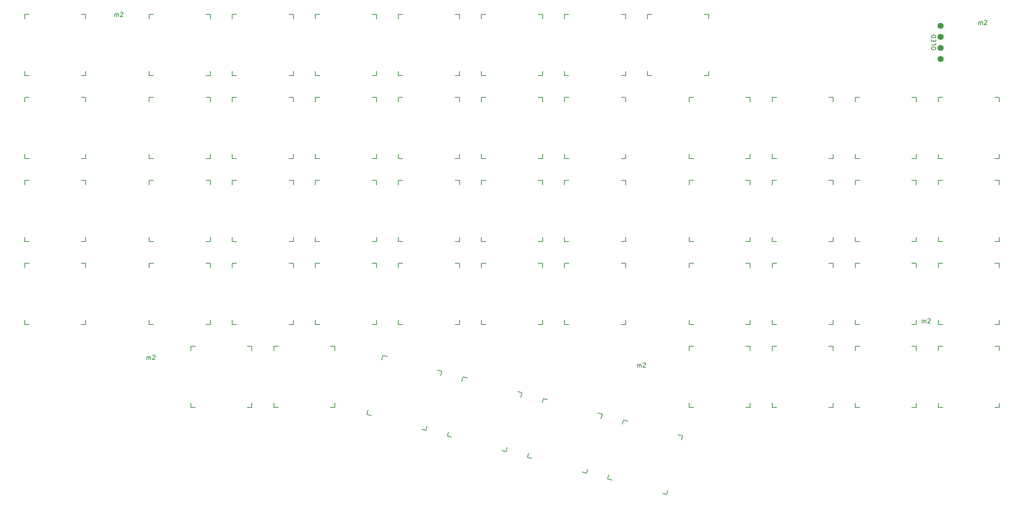
<source format=gbr>
%TF.GenerationSoftware,KiCad,Pcbnew,7.0.1*%
%TF.CreationDate,2023-09-01T15:37:28-04:00*%
%TF.ProjectId,macropad,6d616372-6f70-4616-942e-6b696361645f,rev?*%
%TF.SameCoordinates,Original*%
%TF.FileFunction,Legend,Top*%
%TF.FilePolarity,Positive*%
%FSLAX46Y46*%
G04 Gerber Fmt 4.6, Leading zero omitted, Abs format (unit mm)*
G04 Created by KiCad (PCBNEW 7.0.1) date 2023-09-01 15:37:28*
%MOMM*%
%LPD*%
G01*
G04 APERTURE LIST*
%ADD10C,0.150000*%
%ADD11C,1.397000*%
G04 APERTURE END LIST*
D10*
%TO.C,m2*%
X60309238Y-106736619D02*
X60309238Y-106069952D01*
X60309238Y-106165190D02*
X60356857Y-106117571D01*
X60356857Y-106117571D02*
X60452095Y-106069952D01*
X60452095Y-106069952D02*
X60594952Y-106069952D01*
X60594952Y-106069952D02*
X60690190Y-106117571D01*
X60690190Y-106117571D02*
X60737809Y-106212809D01*
X60737809Y-106212809D02*
X60737809Y-106736619D01*
X60737809Y-106212809D02*
X60785428Y-106117571D01*
X60785428Y-106117571D02*
X60880666Y-106069952D01*
X60880666Y-106069952D02*
X61023523Y-106069952D01*
X61023523Y-106069952D02*
X61118762Y-106117571D01*
X61118762Y-106117571D02*
X61166381Y-106212809D01*
X61166381Y-106212809D02*
X61166381Y-106736619D01*
X61594952Y-105831857D02*
X61642571Y-105784238D01*
X61642571Y-105784238D02*
X61737809Y-105736619D01*
X61737809Y-105736619D02*
X61975904Y-105736619D01*
X61975904Y-105736619D02*
X62071142Y-105784238D01*
X62071142Y-105784238D02*
X62118761Y-105831857D01*
X62118761Y-105831857D02*
X62166380Y-105927095D01*
X62166380Y-105927095D02*
X62166380Y-106022333D01*
X62166380Y-106022333D02*
X62118761Y-106165190D01*
X62118761Y-106165190D02*
X61547333Y-106736619D01*
X61547333Y-106736619D02*
X62166380Y-106736619D01*
X52943238Y-27996619D02*
X52943238Y-27329952D01*
X52943238Y-27425190D02*
X52990857Y-27377571D01*
X52990857Y-27377571D02*
X53086095Y-27329952D01*
X53086095Y-27329952D02*
X53228952Y-27329952D01*
X53228952Y-27329952D02*
X53324190Y-27377571D01*
X53324190Y-27377571D02*
X53371809Y-27472809D01*
X53371809Y-27472809D02*
X53371809Y-27996619D01*
X53371809Y-27472809D02*
X53419428Y-27377571D01*
X53419428Y-27377571D02*
X53514666Y-27329952D01*
X53514666Y-27329952D02*
X53657523Y-27329952D01*
X53657523Y-27329952D02*
X53752762Y-27377571D01*
X53752762Y-27377571D02*
X53800381Y-27472809D01*
X53800381Y-27472809D02*
X53800381Y-27996619D01*
X54228952Y-27091857D02*
X54276571Y-27044238D01*
X54276571Y-27044238D02*
X54371809Y-26996619D01*
X54371809Y-26996619D02*
X54609904Y-26996619D01*
X54609904Y-26996619D02*
X54705142Y-27044238D01*
X54705142Y-27044238D02*
X54752761Y-27091857D01*
X54752761Y-27091857D02*
X54800380Y-27187095D01*
X54800380Y-27187095D02*
X54800380Y-27282333D01*
X54800380Y-27282333D02*
X54752761Y-27425190D01*
X54752761Y-27425190D02*
X54181333Y-27996619D01*
X54181333Y-27996619D02*
X54800380Y-27996619D01*
X172831238Y-108514619D02*
X172831238Y-107847952D01*
X172831238Y-107943190D02*
X172878857Y-107895571D01*
X172878857Y-107895571D02*
X172974095Y-107847952D01*
X172974095Y-107847952D02*
X173116952Y-107847952D01*
X173116952Y-107847952D02*
X173212190Y-107895571D01*
X173212190Y-107895571D02*
X173259809Y-107990809D01*
X173259809Y-107990809D02*
X173259809Y-108514619D01*
X173259809Y-107990809D02*
X173307428Y-107895571D01*
X173307428Y-107895571D02*
X173402666Y-107847952D01*
X173402666Y-107847952D02*
X173545523Y-107847952D01*
X173545523Y-107847952D02*
X173640762Y-107895571D01*
X173640762Y-107895571D02*
X173688381Y-107990809D01*
X173688381Y-107990809D02*
X173688381Y-108514619D01*
X174116952Y-107609857D02*
X174164571Y-107562238D01*
X174164571Y-107562238D02*
X174259809Y-107514619D01*
X174259809Y-107514619D02*
X174497904Y-107514619D01*
X174497904Y-107514619D02*
X174593142Y-107562238D01*
X174593142Y-107562238D02*
X174640761Y-107609857D01*
X174640761Y-107609857D02*
X174688380Y-107705095D01*
X174688380Y-107705095D02*
X174688380Y-107800333D01*
X174688380Y-107800333D02*
X174640761Y-107943190D01*
X174640761Y-107943190D02*
X174069333Y-108514619D01*
X174069333Y-108514619D02*
X174688380Y-108514619D01*
X238109238Y-98354619D02*
X238109238Y-97687952D01*
X238109238Y-97783190D02*
X238156857Y-97735571D01*
X238156857Y-97735571D02*
X238252095Y-97687952D01*
X238252095Y-97687952D02*
X238394952Y-97687952D01*
X238394952Y-97687952D02*
X238490190Y-97735571D01*
X238490190Y-97735571D02*
X238537809Y-97830809D01*
X238537809Y-97830809D02*
X238537809Y-98354619D01*
X238537809Y-97830809D02*
X238585428Y-97735571D01*
X238585428Y-97735571D02*
X238680666Y-97687952D01*
X238680666Y-97687952D02*
X238823523Y-97687952D01*
X238823523Y-97687952D02*
X238918762Y-97735571D01*
X238918762Y-97735571D02*
X238966381Y-97830809D01*
X238966381Y-97830809D02*
X238966381Y-98354619D01*
X239394952Y-97449857D02*
X239442571Y-97402238D01*
X239442571Y-97402238D02*
X239537809Y-97354619D01*
X239537809Y-97354619D02*
X239775904Y-97354619D01*
X239775904Y-97354619D02*
X239871142Y-97402238D01*
X239871142Y-97402238D02*
X239918761Y-97449857D01*
X239918761Y-97449857D02*
X239966380Y-97545095D01*
X239966380Y-97545095D02*
X239966380Y-97640333D01*
X239966380Y-97640333D02*
X239918761Y-97783190D01*
X239918761Y-97783190D02*
X239347333Y-98354619D01*
X239347333Y-98354619D02*
X239966380Y-98354619D01*
X251107238Y-29818619D02*
X251107238Y-29151952D01*
X251107238Y-29247190D02*
X251154857Y-29199571D01*
X251154857Y-29199571D02*
X251250095Y-29151952D01*
X251250095Y-29151952D02*
X251392952Y-29151952D01*
X251392952Y-29151952D02*
X251488190Y-29199571D01*
X251488190Y-29199571D02*
X251535809Y-29294809D01*
X251535809Y-29294809D02*
X251535809Y-29818619D01*
X251535809Y-29294809D02*
X251583428Y-29199571D01*
X251583428Y-29199571D02*
X251678666Y-29151952D01*
X251678666Y-29151952D02*
X251821523Y-29151952D01*
X251821523Y-29151952D02*
X251916762Y-29199571D01*
X251916762Y-29199571D02*
X251964381Y-29294809D01*
X251964381Y-29294809D02*
X251964381Y-29818619D01*
X252392952Y-28913857D02*
X252440571Y-28866238D01*
X252440571Y-28866238D02*
X252535809Y-28818619D01*
X252535809Y-28818619D02*
X252773904Y-28818619D01*
X252773904Y-28818619D02*
X252869142Y-28866238D01*
X252869142Y-28866238D02*
X252916761Y-28913857D01*
X252916761Y-28913857D02*
X252964380Y-29009095D01*
X252964380Y-29009095D02*
X252964380Y-29104333D01*
X252964380Y-29104333D02*
X252916761Y-29247190D01*
X252916761Y-29247190D02*
X252345333Y-29818619D01*
X252345333Y-29818619D02*
X252964380Y-29818619D01*
%TO.C,OL1*%
X240237619Y-35362380D02*
X240237619Y-35171904D01*
X240237619Y-35171904D02*
X240285238Y-35076666D01*
X240285238Y-35076666D02*
X240380476Y-34981428D01*
X240380476Y-34981428D02*
X240570952Y-34933809D01*
X240570952Y-34933809D02*
X240904285Y-34933809D01*
X240904285Y-34933809D02*
X241094761Y-34981428D01*
X241094761Y-34981428D02*
X241190000Y-35076666D01*
X241190000Y-35076666D02*
X241237619Y-35171904D01*
X241237619Y-35171904D02*
X241237619Y-35362380D01*
X241237619Y-35362380D02*
X241190000Y-35457618D01*
X241190000Y-35457618D02*
X241094761Y-35552856D01*
X241094761Y-35552856D02*
X240904285Y-35600475D01*
X240904285Y-35600475D02*
X240570952Y-35600475D01*
X240570952Y-35600475D02*
X240380476Y-35552856D01*
X240380476Y-35552856D02*
X240285238Y-35457618D01*
X240285238Y-35457618D02*
X240237619Y-35362380D01*
X241237619Y-34029047D02*
X241237619Y-34505237D01*
X241237619Y-34505237D02*
X240237619Y-34505237D01*
X240713809Y-33695713D02*
X240713809Y-33362380D01*
X241237619Y-33219523D02*
X241237619Y-33695713D01*
X241237619Y-33695713D02*
X240237619Y-33695713D01*
X240237619Y-33695713D02*
X240237619Y-33219523D01*
X241237619Y-32790951D02*
X240237619Y-32790951D01*
X240237619Y-32790951D02*
X240237619Y-32552856D01*
X240237619Y-32552856D02*
X240285238Y-32409999D01*
X240285238Y-32409999D02*
X240380476Y-32314761D01*
X240380476Y-32314761D02*
X240475714Y-32267142D01*
X240475714Y-32267142D02*
X240666190Y-32219523D01*
X240666190Y-32219523D02*
X240809047Y-32219523D01*
X240809047Y-32219523D02*
X240999523Y-32267142D01*
X240999523Y-32267142D02*
X241094761Y-32314761D01*
X241094761Y-32314761D02*
X241190000Y-32409999D01*
X241190000Y-32409999D02*
X241237619Y-32552856D01*
X241237619Y-32552856D02*
X241237619Y-32790951D01*
%TO.C,SW51*%
X241837500Y-104725000D02*
X241837500Y-103725000D01*
X241837500Y-117725000D02*
X241837500Y-116725000D01*
X241837500Y-117725000D02*
X242837500Y-117725000D01*
X242837500Y-103725000D02*
X241837500Y-103725000D01*
X254837500Y-117725000D02*
X255837500Y-117725000D01*
X255837500Y-103725000D02*
X254837500Y-103725000D01*
X255837500Y-103725000D02*
X255837500Y-104725000D01*
X255837500Y-116725000D02*
X255837500Y-117725000D01*
%TO.C,SW50*%
X222787500Y-104725000D02*
X222787500Y-103725000D01*
X222787500Y-117725000D02*
X222787500Y-116725000D01*
X222787500Y-117725000D02*
X223787500Y-117725000D01*
X223787500Y-103725000D02*
X222787500Y-103725000D01*
X235787500Y-117725000D02*
X236787500Y-117725000D01*
X236787500Y-103725000D02*
X235787500Y-103725000D01*
X236787500Y-103725000D02*
X236787500Y-104725000D01*
X236787500Y-116725000D02*
X236787500Y-117725000D01*
%TO.C,SW49*%
X203737500Y-104725000D02*
X203737500Y-103725000D01*
X203737500Y-117725000D02*
X203737500Y-116725000D01*
X203737500Y-117725000D02*
X204737500Y-117725000D01*
X204737500Y-103725000D02*
X203737500Y-103725000D01*
X216737500Y-117725000D02*
X217737500Y-117725000D01*
X217737500Y-103725000D02*
X216737500Y-103725000D01*
X217737500Y-103725000D02*
X217737500Y-104725000D01*
X217737500Y-116725000D02*
X217737500Y-117725000D01*
%TO.C,SW48*%
X184687500Y-104725000D02*
X184687500Y-103725000D01*
X184687500Y-117725000D02*
X184687500Y-116725000D01*
X184687500Y-117725000D02*
X185687500Y-117725000D01*
X185687500Y-103725000D02*
X184687500Y-103725000D01*
X197687500Y-117725000D02*
X198687500Y-117725000D01*
X198687500Y-103725000D02*
X197687500Y-103725000D01*
X198687500Y-103725000D02*
X198687500Y-104725000D01*
X198687500Y-116725000D02*
X198687500Y-117725000D01*
%TO.C,SW47*%
X169375282Y-121570120D02*
X169634102Y-120604194D01*
X166010635Y-134127155D02*
X166269454Y-133161230D01*
X166010635Y-134127155D02*
X166976561Y-134385975D01*
X170600027Y-120863013D02*
X169634102Y-120604194D01*
X178567671Y-137491803D02*
X179533596Y-137750622D01*
X183157063Y-124227661D02*
X182191137Y-123968841D01*
X183157063Y-124227661D02*
X182898244Y-125193586D01*
X179792416Y-136784696D02*
X179533596Y-137750622D01*
%TO.C,SW46*%
X150974395Y-116639617D02*
X151233215Y-115673691D01*
X147609748Y-129196652D02*
X147868567Y-128230727D01*
X147609748Y-129196652D02*
X148575674Y-129455472D01*
X152199140Y-115932510D02*
X151233215Y-115673691D01*
X160166784Y-132561300D02*
X161132709Y-132820119D01*
X164756176Y-119297158D02*
X163790250Y-119038338D01*
X164756176Y-119297158D02*
X164497357Y-120263083D01*
X161391529Y-131854193D02*
X161132709Y-132820119D01*
%TO.C,SW45*%
X132573508Y-111709114D02*
X132832328Y-110743188D01*
X129208861Y-124266149D02*
X129467680Y-123300224D01*
X129208861Y-124266149D02*
X130174787Y-124524969D01*
X133798253Y-111002007D02*
X132832328Y-110743188D01*
X141765897Y-127630797D02*
X142731822Y-127889616D01*
X146355289Y-114366655D02*
X145389363Y-114107835D01*
X146355289Y-114366655D02*
X146096470Y-115332580D01*
X142990642Y-126923690D02*
X142731822Y-127889616D01*
%TO.C,SW44*%
X114172621Y-106778612D02*
X114431441Y-105812686D01*
X110807974Y-119335647D02*
X111066793Y-118369722D01*
X110807974Y-119335647D02*
X111773900Y-119594467D01*
X115397366Y-106071505D02*
X114431441Y-105812686D01*
X123365010Y-122700295D02*
X124330935Y-122959114D01*
X127954402Y-109436153D02*
X126988476Y-109177333D01*
X127954402Y-109436153D02*
X127695583Y-110402078D01*
X124589755Y-121993188D02*
X124330935Y-122959114D01*
%TO.C,SW43*%
X89437500Y-104725000D02*
X89437500Y-103725000D01*
X89437500Y-117725000D02*
X89437500Y-116725000D01*
X89437500Y-117725000D02*
X90437500Y-117725000D01*
X90437500Y-103725000D02*
X89437500Y-103725000D01*
X102437500Y-117725000D02*
X103437500Y-117725000D01*
X103437500Y-103725000D02*
X102437500Y-103725000D01*
X103437500Y-103725000D02*
X103437500Y-104725000D01*
X103437500Y-116725000D02*
X103437500Y-117725000D01*
%TO.C,SW42*%
X70387500Y-104725000D02*
X70387500Y-103725000D01*
X70387500Y-117725000D02*
X70387500Y-116725000D01*
X70387500Y-117725000D02*
X71387500Y-117725000D01*
X71387500Y-103725000D02*
X70387500Y-103725000D01*
X83387500Y-117725000D02*
X84387500Y-117725000D01*
X84387500Y-103725000D02*
X83387500Y-103725000D01*
X84387500Y-103725000D02*
X84387500Y-104725000D01*
X84387500Y-116725000D02*
X84387500Y-117725000D01*
%TO.C,SW41*%
X241837500Y-85675000D02*
X241837500Y-84675000D01*
X241837500Y-98675000D02*
X241837500Y-97675000D01*
X241837500Y-98675000D02*
X242837500Y-98675000D01*
X242837500Y-84675000D02*
X241837500Y-84675000D01*
X254837500Y-98675000D02*
X255837500Y-98675000D01*
X255837500Y-84675000D02*
X254837500Y-84675000D01*
X255837500Y-84675000D02*
X255837500Y-85675000D01*
X255837500Y-97675000D02*
X255837500Y-98675000D01*
%TO.C,SW40*%
X222787500Y-85675000D02*
X222787500Y-84675000D01*
X222787500Y-98675000D02*
X222787500Y-97675000D01*
X222787500Y-98675000D02*
X223787500Y-98675000D01*
X223787500Y-84675000D02*
X222787500Y-84675000D01*
X235787500Y-98675000D02*
X236787500Y-98675000D01*
X236787500Y-84675000D02*
X235787500Y-84675000D01*
X236787500Y-84675000D02*
X236787500Y-85675000D01*
X236787500Y-97675000D02*
X236787500Y-98675000D01*
%TO.C,SW39*%
X203737500Y-85675000D02*
X203737500Y-84675000D01*
X203737500Y-98675000D02*
X203737500Y-97675000D01*
X203737500Y-98675000D02*
X204737500Y-98675000D01*
X204737500Y-84675000D02*
X203737500Y-84675000D01*
X216737500Y-98675000D02*
X217737500Y-98675000D01*
X217737500Y-84675000D02*
X216737500Y-84675000D01*
X217737500Y-84675000D02*
X217737500Y-85675000D01*
X217737500Y-97675000D02*
X217737500Y-98675000D01*
%TO.C,SW38*%
X184687500Y-85675000D02*
X184687500Y-84675000D01*
X184687500Y-98675000D02*
X184687500Y-97675000D01*
X184687500Y-98675000D02*
X185687500Y-98675000D01*
X185687500Y-84675000D02*
X184687500Y-84675000D01*
X197687500Y-98675000D02*
X198687500Y-98675000D01*
X198687500Y-84675000D02*
X197687500Y-84675000D01*
X198687500Y-84675000D02*
X198687500Y-85675000D01*
X198687500Y-97675000D02*
X198687500Y-98675000D01*
%TO.C,SW37*%
X156112500Y-85675000D02*
X156112500Y-84675000D01*
X156112500Y-98675000D02*
X156112500Y-97675000D01*
X156112500Y-98675000D02*
X157112500Y-98675000D01*
X157112500Y-84675000D02*
X156112500Y-84675000D01*
X169112500Y-98675000D02*
X170112500Y-98675000D01*
X170112500Y-84675000D02*
X169112500Y-84675000D01*
X170112500Y-84675000D02*
X170112500Y-85675000D01*
X170112500Y-97675000D02*
X170112500Y-98675000D01*
%TO.C,SW36*%
X137062500Y-85675000D02*
X137062500Y-84675000D01*
X137062500Y-98675000D02*
X137062500Y-97675000D01*
X137062500Y-98675000D02*
X138062500Y-98675000D01*
X138062500Y-84675000D02*
X137062500Y-84675000D01*
X150062500Y-98675000D02*
X151062500Y-98675000D01*
X151062500Y-84675000D02*
X150062500Y-84675000D01*
X151062500Y-84675000D02*
X151062500Y-85675000D01*
X151062500Y-97675000D02*
X151062500Y-98675000D01*
%TO.C,SW35*%
X118012500Y-85675000D02*
X118012500Y-84675000D01*
X118012500Y-98675000D02*
X118012500Y-97675000D01*
X118012500Y-98675000D02*
X119012500Y-98675000D01*
X119012500Y-84675000D02*
X118012500Y-84675000D01*
X131012500Y-98675000D02*
X132012500Y-98675000D01*
X132012500Y-84675000D02*
X131012500Y-84675000D01*
X132012500Y-84675000D02*
X132012500Y-85675000D01*
X132012500Y-97675000D02*
X132012500Y-98675000D01*
%TO.C,SW34*%
X98962500Y-85675000D02*
X98962500Y-84675000D01*
X98962500Y-98675000D02*
X98962500Y-97675000D01*
X98962500Y-98675000D02*
X99962500Y-98675000D01*
X99962500Y-84675000D02*
X98962500Y-84675000D01*
X111962500Y-98675000D02*
X112962500Y-98675000D01*
X112962500Y-84675000D02*
X111962500Y-84675000D01*
X112962500Y-84675000D02*
X112962500Y-85675000D01*
X112962500Y-97675000D02*
X112962500Y-98675000D01*
%TO.C,SW33*%
X79912500Y-85675000D02*
X79912500Y-84675000D01*
X79912500Y-98675000D02*
X79912500Y-97675000D01*
X79912500Y-98675000D02*
X80912500Y-98675000D01*
X80912500Y-84675000D02*
X79912500Y-84675000D01*
X92912500Y-98675000D02*
X93912500Y-98675000D01*
X93912500Y-84675000D02*
X92912500Y-84675000D01*
X93912500Y-84675000D02*
X93912500Y-85675000D01*
X93912500Y-97675000D02*
X93912500Y-98675000D01*
%TO.C,SW32*%
X60862500Y-85675000D02*
X60862500Y-84675000D01*
X60862500Y-98675000D02*
X60862500Y-97675000D01*
X60862500Y-98675000D02*
X61862500Y-98675000D01*
X61862500Y-84675000D02*
X60862500Y-84675000D01*
X73862500Y-98675000D02*
X74862500Y-98675000D01*
X74862500Y-84675000D02*
X73862500Y-84675000D01*
X74862500Y-84675000D02*
X74862500Y-85675000D01*
X74862500Y-97675000D02*
X74862500Y-98675000D01*
%TO.C,SW31*%
X32287500Y-85675000D02*
X32287500Y-84675000D01*
X32287500Y-98675000D02*
X32287500Y-97675000D01*
X32287500Y-98675000D02*
X33287500Y-98675000D01*
X33287500Y-84675000D02*
X32287500Y-84675000D01*
X45287500Y-98675000D02*
X46287500Y-98675000D01*
X46287500Y-84675000D02*
X45287500Y-84675000D01*
X46287500Y-84675000D02*
X46287500Y-85675000D01*
X46287500Y-97675000D02*
X46287500Y-98675000D01*
%TO.C,SW30*%
X241837500Y-66625000D02*
X241837500Y-65625000D01*
X241837500Y-79625000D02*
X241837500Y-78625000D01*
X241837500Y-79625000D02*
X242837500Y-79625000D01*
X242837500Y-65625000D02*
X241837500Y-65625000D01*
X254837500Y-79625000D02*
X255837500Y-79625000D01*
X255837500Y-65625000D02*
X254837500Y-65625000D01*
X255837500Y-65625000D02*
X255837500Y-66625000D01*
X255837500Y-78625000D02*
X255837500Y-79625000D01*
%TO.C,SW29*%
X222787500Y-66625000D02*
X222787500Y-65625000D01*
X222787500Y-79625000D02*
X222787500Y-78625000D01*
X222787500Y-79625000D02*
X223787500Y-79625000D01*
X223787500Y-65625000D02*
X222787500Y-65625000D01*
X235787500Y-79625000D02*
X236787500Y-79625000D01*
X236787500Y-65625000D02*
X235787500Y-65625000D01*
X236787500Y-65625000D02*
X236787500Y-66625000D01*
X236787500Y-78625000D02*
X236787500Y-79625000D01*
%TO.C,SW28*%
X203737500Y-66625000D02*
X203737500Y-65625000D01*
X203737500Y-79625000D02*
X203737500Y-78625000D01*
X203737500Y-79625000D02*
X204737500Y-79625000D01*
X204737500Y-65625000D02*
X203737500Y-65625000D01*
X216737500Y-79625000D02*
X217737500Y-79625000D01*
X217737500Y-65625000D02*
X216737500Y-65625000D01*
X217737500Y-65625000D02*
X217737500Y-66625000D01*
X217737500Y-78625000D02*
X217737500Y-79625000D01*
%TO.C,SW27*%
X184687500Y-66625000D02*
X184687500Y-65625000D01*
X184687500Y-79625000D02*
X184687500Y-78625000D01*
X184687500Y-79625000D02*
X185687500Y-79625000D01*
X185687500Y-65625000D02*
X184687500Y-65625000D01*
X197687500Y-79625000D02*
X198687500Y-79625000D01*
X198687500Y-65625000D02*
X197687500Y-65625000D01*
X198687500Y-65625000D02*
X198687500Y-66625000D01*
X198687500Y-78625000D02*
X198687500Y-79625000D01*
%TO.C,SW26*%
X156112500Y-66625000D02*
X156112500Y-65625000D01*
X156112500Y-79625000D02*
X156112500Y-78625000D01*
X156112500Y-79625000D02*
X157112500Y-79625000D01*
X157112500Y-65625000D02*
X156112500Y-65625000D01*
X169112500Y-79625000D02*
X170112500Y-79625000D01*
X170112500Y-65625000D02*
X169112500Y-65625000D01*
X170112500Y-65625000D02*
X170112500Y-66625000D01*
X170112500Y-78625000D02*
X170112500Y-79625000D01*
%TO.C,SW25*%
X137062500Y-66625000D02*
X137062500Y-65625000D01*
X137062500Y-79625000D02*
X137062500Y-78625000D01*
X137062500Y-79625000D02*
X138062500Y-79625000D01*
X138062500Y-65625000D02*
X137062500Y-65625000D01*
X150062500Y-79625000D02*
X151062500Y-79625000D01*
X151062500Y-65625000D02*
X150062500Y-65625000D01*
X151062500Y-65625000D02*
X151062500Y-66625000D01*
X151062500Y-78625000D02*
X151062500Y-79625000D01*
%TO.C,SW24*%
X118012500Y-66625000D02*
X118012500Y-65625000D01*
X118012500Y-79625000D02*
X118012500Y-78625000D01*
X118012500Y-79625000D02*
X119012500Y-79625000D01*
X119012500Y-65625000D02*
X118012500Y-65625000D01*
X131012500Y-79625000D02*
X132012500Y-79625000D01*
X132012500Y-65625000D02*
X131012500Y-65625000D01*
X132012500Y-65625000D02*
X132012500Y-66625000D01*
X132012500Y-78625000D02*
X132012500Y-79625000D01*
%TO.C,SW23*%
X98962500Y-66625000D02*
X98962500Y-65625000D01*
X98962500Y-79625000D02*
X98962500Y-78625000D01*
X98962500Y-79625000D02*
X99962500Y-79625000D01*
X99962500Y-65625000D02*
X98962500Y-65625000D01*
X111962500Y-79625000D02*
X112962500Y-79625000D01*
X112962500Y-65625000D02*
X111962500Y-65625000D01*
X112962500Y-65625000D02*
X112962500Y-66625000D01*
X112962500Y-78625000D02*
X112962500Y-79625000D01*
%TO.C,SW22*%
X79912500Y-66625000D02*
X79912500Y-65625000D01*
X79912500Y-79625000D02*
X79912500Y-78625000D01*
X79912500Y-79625000D02*
X80912500Y-79625000D01*
X80912500Y-65625000D02*
X79912500Y-65625000D01*
X92912500Y-79625000D02*
X93912500Y-79625000D01*
X93912500Y-65625000D02*
X92912500Y-65625000D01*
X93912500Y-65625000D02*
X93912500Y-66625000D01*
X93912500Y-78625000D02*
X93912500Y-79625000D01*
%TO.C,SW21*%
X60862500Y-66625000D02*
X60862500Y-65625000D01*
X60862500Y-79625000D02*
X60862500Y-78625000D01*
X60862500Y-79625000D02*
X61862500Y-79625000D01*
X61862500Y-65625000D02*
X60862500Y-65625000D01*
X73862500Y-79625000D02*
X74862500Y-79625000D01*
X74862500Y-65625000D02*
X73862500Y-65625000D01*
X74862500Y-65625000D02*
X74862500Y-66625000D01*
X74862500Y-78625000D02*
X74862500Y-79625000D01*
%TO.C,SW20*%
X32287500Y-66625000D02*
X32287500Y-65625000D01*
X32287500Y-79625000D02*
X32287500Y-78625000D01*
X32287500Y-79625000D02*
X33287500Y-79625000D01*
X33287500Y-65625000D02*
X32287500Y-65625000D01*
X45287500Y-79625000D02*
X46287500Y-79625000D01*
X46287500Y-65625000D02*
X45287500Y-65625000D01*
X46287500Y-65625000D02*
X46287500Y-66625000D01*
X46287500Y-78625000D02*
X46287500Y-79625000D01*
%TO.C,SW19*%
X241837500Y-47575000D02*
X241837500Y-46575000D01*
X241837500Y-60575000D02*
X241837500Y-59575000D01*
X241837500Y-60575000D02*
X242837500Y-60575000D01*
X242837500Y-46575000D02*
X241837500Y-46575000D01*
X254837500Y-60575000D02*
X255837500Y-60575000D01*
X255837500Y-46575000D02*
X254837500Y-46575000D01*
X255837500Y-46575000D02*
X255837500Y-47575000D01*
X255837500Y-59575000D02*
X255837500Y-60575000D01*
%TO.C,SW18*%
X222787500Y-47575000D02*
X222787500Y-46575000D01*
X222787500Y-60575000D02*
X222787500Y-59575000D01*
X222787500Y-60575000D02*
X223787500Y-60575000D01*
X223787500Y-46575000D02*
X222787500Y-46575000D01*
X235787500Y-60575000D02*
X236787500Y-60575000D01*
X236787500Y-46575000D02*
X235787500Y-46575000D01*
X236787500Y-46575000D02*
X236787500Y-47575000D01*
X236787500Y-59575000D02*
X236787500Y-60575000D01*
%TO.C,SW17*%
X203737500Y-47575000D02*
X203737500Y-46575000D01*
X203737500Y-60575000D02*
X203737500Y-59575000D01*
X203737500Y-60575000D02*
X204737500Y-60575000D01*
X204737500Y-46575000D02*
X203737500Y-46575000D01*
X216737500Y-60575000D02*
X217737500Y-60575000D01*
X217737500Y-46575000D02*
X216737500Y-46575000D01*
X217737500Y-46575000D02*
X217737500Y-47575000D01*
X217737500Y-59575000D02*
X217737500Y-60575000D01*
%TO.C,SW16*%
X184687500Y-47575000D02*
X184687500Y-46575000D01*
X184687500Y-60575000D02*
X184687500Y-59575000D01*
X184687500Y-60575000D02*
X185687500Y-60575000D01*
X185687500Y-46575000D02*
X184687500Y-46575000D01*
X197687500Y-60575000D02*
X198687500Y-60575000D01*
X198687500Y-46575000D02*
X197687500Y-46575000D01*
X198687500Y-46575000D02*
X198687500Y-47575000D01*
X198687500Y-59575000D02*
X198687500Y-60575000D01*
%TO.C,SW15*%
X156112500Y-47575000D02*
X156112500Y-46575000D01*
X156112500Y-60575000D02*
X156112500Y-59575000D01*
X156112500Y-60575000D02*
X157112500Y-60575000D01*
X157112500Y-46575000D02*
X156112500Y-46575000D01*
X169112500Y-60575000D02*
X170112500Y-60575000D01*
X170112500Y-46575000D02*
X169112500Y-46575000D01*
X170112500Y-46575000D02*
X170112500Y-47575000D01*
X170112500Y-59575000D02*
X170112500Y-60575000D01*
%TO.C,SW14*%
X137062500Y-47575000D02*
X137062500Y-46575000D01*
X137062500Y-60575000D02*
X137062500Y-59575000D01*
X137062500Y-60575000D02*
X138062500Y-60575000D01*
X138062500Y-46575000D02*
X137062500Y-46575000D01*
X150062500Y-60575000D02*
X151062500Y-60575000D01*
X151062500Y-46575000D02*
X150062500Y-46575000D01*
X151062500Y-46575000D02*
X151062500Y-47575000D01*
X151062500Y-59575000D02*
X151062500Y-60575000D01*
%TO.C,SW13*%
X118012500Y-47575000D02*
X118012500Y-46575000D01*
X118012500Y-60575000D02*
X118012500Y-59575000D01*
X118012500Y-60575000D02*
X119012500Y-60575000D01*
X119012500Y-46575000D02*
X118012500Y-46575000D01*
X131012500Y-60575000D02*
X132012500Y-60575000D01*
X132012500Y-46575000D02*
X131012500Y-46575000D01*
X132012500Y-46575000D02*
X132012500Y-47575000D01*
X132012500Y-59575000D02*
X132012500Y-60575000D01*
%TO.C,SW12*%
X98962500Y-47575000D02*
X98962500Y-46575000D01*
X98962500Y-60575000D02*
X98962500Y-59575000D01*
X98962500Y-60575000D02*
X99962500Y-60575000D01*
X99962500Y-46575000D02*
X98962500Y-46575000D01*
X111962500Y-60575000D02*
X112962500Y-60575000D01*
X112962500Y-46575000D02*
X111962500Y-46575000D01*
X112962500Y-46575000D02*
X112962500Y-47575000D01*
X112962500Y-59575000D02*
X112962500Y-60575000D01*
%TO.C,SW11*%
X79912500Y-47575000D02*
X79912500Y-46575000D01*
X79912500Y-60575000D02*
X79912500Y-59575000D01*
X79912500Y-60575000D02*
X80912500Y-60575000D01*
X80912500Y-46575000D02*
X79912500Y-46575000D01*
X92912500Y-60575000D02*
X93912500Y-60575000D01*
X93912500Y-46575000D02*
X92912500Y-46575000D01*
X93912500Y-46575000D02*
X93912500Y-47575000D01*
X93912500Y-59575000D02*
X93912500Y-60575000D01*
%TO.C,SW10*%
X60862500Y-47575000D02*
X60862500Y-46575000D01*
X60862500Y-60575000D02*
X60862500Y-59575000D01*
X60862500Y-60575000D02*
X61862500Y-60575000D01*
X61862500Y-46575000D02*
X60862500Y-46575000D01*
X73862500Y-60575000D02*
X74862500Y-60575000D01*
X74862500Y-46575000D02*
X73862500Y-46575000D01*
X74862500Y-46575000D02*
X74862500Y-47575000D01*
X74862500Y-59575000D02*
X74862500Y-60575000D01*
%TO.C,SW9*%
X32287500Y-47575000D02*
X32287500Y-46575000D01*
X32287500Y-60575000D02*
X32287500Y-59575000D01*
X32287500Y-60575000D02*
X33287500Y-60575000D01*
X33287500Y-46575000D02*
X32287500Y-46575000D01*
X45287500Y-60575000D02*
X46287500Y-60575000D01*
X46287500Y-46575000D02*
X45287500Y-46575000D01*
X46287500Y-46575000D02*
X46287500Y-47575000D01*
X46287500Y-59575000D02*
X46287500Y-60575000D01*
%TO.C,SW8*%
X175162500Y-28525000D02*
X175162500Y-27525000D01*
X175162500Y-41525000D02*
X175162500Y-40525000D01*
X175162500Y-41525000D02*
X176162500Y-41525000D01*
X176162500Y-27525000D02*
X175162500Y-27525000D01*
X188162500Y-41525000D02*
X189162500Y-41525000D01*
X189162500Y-27525000D02*
X188162500Y-27525000D01*
X189162500Y-27525000D02*
X189162500Y-28525000D01*
X189162500Y-40525000D02*
X189162500Y-41525000D01*
%TO.C,SW7*%
X156112500Y-28525000D02*
X156112500Y-27525000D01*
X156112500Y-41525000D02*
X156112500Y-40525000D01*
X156112500Y-41525000D02*
X157112500Y-41525000D01*
X157112500Y-27525000D02*
X156112500Y-27525000D01*
X169112500Y-41525000D02*
X170112500Y-41525000D01*
X170112500Y-27525000D02*
X169112500Y-27525000D01*
X170112500Y-27525000D02*
X170112500Y-28525000D01*
X170112500Y-40525000D02*
X170112500Y-41525000D01*
%TO.C,SW6*%
X137062500Y-28525000D02*
X137062500Y-27525000D01*
X137062500Y-41525000D02*
X137062500Y-40525000D01*
X137062500Y-41525000D02*
X138062500Y-41525000D01*
X138062500Y-27525000D02*
X137062500Y-27525000D01*
X150062500Y-41525000D02*
X151062500Y-41525000D01*
X151062500Y-27525000D02*
X150062500Y-27525000D01*
X151062500Y-27525000D02*
X151062500Y-28525000D01*
X151062500Y-40525000D02*
X151062500Y-41525000D01*
%TO.C,SW5*%
X118012500Y-28525000D02*
X118012500Y-27525000D01*
X118012500Y-41525000D02*
X118012500Y-40525000D01*
X118012500Y-41525000D02*
X119012500Y-41525000D01*
X119012500Y-27525000D02*
X118012500Y-27525000D01*
X131012500Y-41525000D02*
X132012500Y-41525000D01*
X132012500Y-27525000D02*
X131012500Y-27525000D01*
X132012500Y-27525000D02*
X132012500Y-28525000D01*
X132012500Y-40525000D02*
X132012500Y-41525000D01*
%TO.C,SW4*%
X98962500Y-28525000D02*
X98962500Y-27525000D01*
X98962500Y-41525000D02*
X98962500Y-40525000D01*
X98962500Y-41525000D02*
X99962500Y-41525000D01*
X99962500Y-27525000D02*
X98962500Y-27525000D01*
X111962500Y-41525000D02*
X112962500Y-41525000D01*
X112962500Y-27525000D02*
X111962500Y-27525000D01*
X112962500Y-27525000D02*
X112962500Y-28525000D01*
X112962500Y-40525000D02*
X112962500Y-41525000D01*
%TO.C,SW3*%
X79912500Y-28525000D02*
X79912500Y-27525000D01*
X79912500Y-41525000D02*
X79912500Y-40525000D01*
X79912500Y-41525000D02*
X80912500Y-41525000D01*
X80912500Y-27525000D02*
X79912500Y-27525000D01*
X92912500Y-41525000D02*
X93912500Y-41525000D01*
X93912500Y-27525000D02*
X92912500Y-27525000D01*
X93912500Y-27525000D02*
X93912500Y-28525000D01*
X93912500Y-40525000D02*
X93912500Y-41525000D01*
%TO.C,SW2*%
X60862500Y-28525000D02*
X60862500Y-27525000D01*
X60862500Y-41525000D02*
X60862500Y-40525000D01*
X60862500Y-41525000D02*
X61862500Y-41525000D01*
X61862500Y-27525000D02*
X60862500Y-27525000D01*
X73862500Y-41525000D02*
X74862500Y-41525000D01*
X74862500Y-27525000D02*
X73862500Y-27525000D01*
X74862500Y-27525000D02*
X74862500Y-28525000D01*
X74862500Y-40525000D02*
X74862500Y-41525000D01*
%TO.C,SW1*%
X32287500Y-28525000D02*
X32287500Y-27525000D01*
X32287500Y-41525000D02*
X32287500Y-40525000D01*
X32287500Y-41525000D02*
X33287500Y-41525000D01*
X33287500Y-27525000D02*
X32287500Y-27525000D01*
X45287500Y-41525000D02*
X46287500Y-41525000D01*
X46287500Y-27525000D02*
X45287500Y-27525000D01*
X46287500Y-27525000D02*
X46287500Y-28525000D01*
X46287500Y-40525000D02*
X46287500Y-41525000D01*
%TD*%
D11*
%TO.C,OL1*%
X242325000Y-37720000D03*
X242325000Y-35180000D03*
X242325000Y-32640000D03*
X242325000Y-30100000D03*
%TD*%
M02*

</source>
